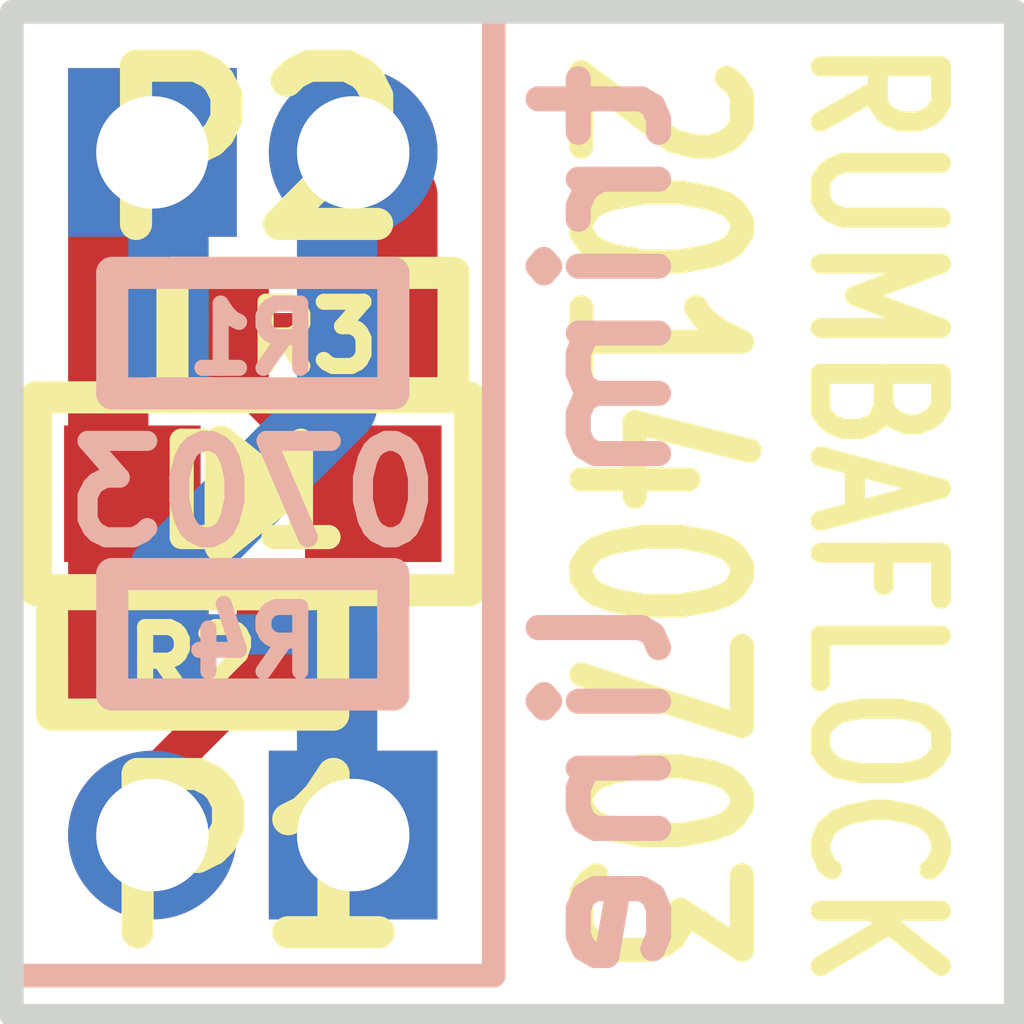
<source format=kicad_pcb>
(kicad_pcb (version 3) (host pcbnew "(2012-nov-02)-stable")

  (general
    (links 9)
    (no_connects 0)
    (area 77.083356 49.835999 88.255929 56.336001)
    (thickness 1.6)
    (drawings 10)
    (tracks 21)
    (zones 0)
    (modules 7)
    (nets 6)
  )

  (page A3)
  (layers
    (15 F.Cu signal)
    (0 B.Cu signal)
    (16 B.Adhes user)
    (17 F.Adhes user)
    (18 B.Paste user)
    (19 F.Paste user)
    (20 B.SilkS user)
    (21 F.SilkS user)
    (22 B.Mask user)
    (23 F.Mask user)
    (24 Dwgs.User user)
    (25 Cmts.User user)
    (26 Eco1.User user)
    (27 Eco2.User user)
    (28 Edge.Cuts user)
  )

  (setup
    (last_trace_width 0.508)
    (user_trace_width 0.254)
    (trace_clearance 0.2032)
    (zone_clearance 0.2032)
    (zone_45_only no)
    (trace_min 0.254)
    (segment_width 0.15)
    (edge_width 0.15)
    (via_size 0.889)
    (via_drill 0.635)
    (via_min_size 0.889)
    (via_min_drill 0.508)
    (uvia_size 0.508)
    (uvia_drill 0.127)
    (uvias_allowed no)
    (uvia_min_size 0.508)
    (uvia_min_drill 0.127)
    (pcb_text_width 0.3)
    (pcb_text_size 1 1)
    (mod_edge_width 0.15)
    (mod_text_size 1 1)
    (mod_text_width 0.15)
    (pad_size 1.0668 1.0668)
    (pad_drill 0.7112)
    (pad_to_mask_clearance 0.0762)
    (aux_axis_origin 0 0)
    (visible_elements FFFFBFBF)
    (pcbplotparams
      (layerselection 284196865)
      (usegerberextensions true)
      (excludeedgelayer true)
      (linewidth 152400)
      (plotframeref false)
      (viasonmask false)
      (mode 1)
      (useauxorigin false)
      (hpglpennumber 1)
      (hpglpenspeed 20)
      (hpglpendiameter 15)
      (hpglpenoverlay 2)
      (psnegative false)
      (psa4output false)
      (plotreference false)
      (plotvalue false)
      (plotothertext true)
      (plotinvisibletext false)
      (padsonsilk false)
      (subtractmaskfromsilk false)
      (outputformat 1)
      (mirror false)
      (drillshape 0)
      (scaleselection 1)
      (outputdirectory gerbers))
  )

  (net 0 "")
  (net 1 GND)
  (net 2 N-000002)
  (net 3 N-000003)
  (net 4 N-000004)
  (net 5 N-000005)

  (net_class Default "This is the default net class."
    (clearance 0.2032)
    (trace_width 0.508)
    (via_dia 0.889)
    (via_drill 0.635)
    (uvia_dia 0.508)
    (uvia_drill 0.127)
    (add_net "")
    (add_net GND)
    (add_net N-000002)
    (add_net N-000003)
    (add_net N-000004)
    (add_net N-000005)
  )

  (module GSG-0402 (layer F.Cu) (tedit 53B5BDB1) (tstamp 53B0360A)
    (at 80.899 53.975 180)
    (path /53703213)
    (solder_mask_margin 0.1016)
    (fp_text reference R2 (at 0 -0.0508 180) (layer F.SilkS)
      (effects (font (size 0.4064 0.4064) (thickness 0.1016)))
    )
    (fp_text value 10k (at 0 0.0508 180) (layer F.SilkS) hide
      (effects (font (size 0.4064 0.4064) (thickness 0.1016)))
    )
    (fp_line (start 0.889 -0.381) (end 0.889 0.381) (layer F.SilkS) (width 0.2032))
    (fp_line (start 0.889 0.381) (end -0.889 0.381) (layer F.SilkS) (width 0.2032))
    (fp_line (start -0.889 0.381) (end -0.889 -0.381) (layer F.SilkS) (width 0.2032))
    (fp_line (start -0.889 -0.381) (end 0.889 -0.381) (layer F.SilkS) (width 0.2032))
    (pad 2 smd rect (at 0.5334 0 180) (size 0.508 0.5588)
      (layers F.Cu F.Paste F.Mask)
      (net 5 N-000005)
      (solder_mask_margin 0.1016)
    )
    (pad 1 smd rect (at -0.5334 0 180) (size 0.508 0.5588)
      (layers F.Cu F.Paste F.Mask)
      (net 3 N-000003)
      (die_length -2147.483648)
      (solder_mask_margin 0.1016)
    )
  )

  (module GSG-0402 (layer B.Cu) (tedit 53B3B4DC) (tstamp 53B03614)
    (at 81.28 51.943)
    (path /5370DAFA)
    (solder_mask_margin 0.1016)
    (fp_text reference R1 (at 0 0.037) (layer B.SilkS)
      (effects (font (size 0.4064 0.4064) (thickness 0.1016)) (justify mirror))
    )
    (fp_text value DNP (at 0 -0.0508) (layer B.SilkS) hide
      (effects (font (size 0.4064 0.4064) (thickness 0.1016)) (justify mirror))
    )
    (fp_line (start 0.889 0.381) (end 0.889 -0.381) (layer B.SilkS) (width 0.2032))
    (fp_line (start 0.889 -0.381) (end -0.889 -0.381) (layer B.SilkS) (width 0.2032))
    (fp_line (start -0.889 -0.381) (end -0.889 0.381) (layer B.SilkS) (width 0.2032))
    (fp_line (start -0.889 0.381) (end 0.889 0.381) (layer B.SilkS) (width 0.2032))
    (pad 2 smd rect (at 0.5334 0) (size 0.508 0.5588)
      (layers B.Cu B.Paste B.Mask)
      (net 1 GND)
      (solder_mask_margin 0.1016)
    )
    (pad 1 smd rect (at -0.5334 0) (size 0.508 0.5588)
      (layers B.Cu B.Paste B.Mask)
      (net 5 N-000005)
      (die_length -2147.483648)
      (solder_mask_margin 0.1016)
    )
  )

  (module GSG-50MIL-HEADER-1x2-TH (layer F.Cu) (tedit 53B03A6B) (tstamp 53B035FA)
    (at 81.28 50.8)
    (path /53B03152)
    (fp_text reference P2 (at 0 0) (layer F.SilkS)
      (effects (font (size 1.00076 1.00076) (thickness 0.2032)))
    )
    (fp_text value ANTENNA (at 0 0) (layer F.SilkS) hide
      (effects (font (size 1.00076 1.00076) (thickness 0.2032)))
    )
    (pad 1 thru_hole rect (at -0.635 0) (size 1.0668 1.0668) (drill 0.7112)
      (layers *.Cu *.Mask)
      (net 5 N-000005)
    )
    (pad 2 thru_hole circle (at 0.635 0) (size 1.0668 1.0668) (drill 0.7112)
      (layers *.Cu *.Mask)
      (net 1 GND)
    )
  )

  (module GSG-50MIL-HEADER-1x2-TH (layer F.Cu) (tedit 53B3B4C7) (tstamp 53B03600)
    (at 81.28 55.118 180)
    (path /53B03194)
    (fp_text reference P1 (at -0.01 -0.162 180) (layer F.SilkS)
      (effects (font (size 1.00076 1.00076) (thickness 0.2032)))
    )
    (fp_text value INPUT (at 0 0 180) (layer F.SilkS) hide
      (effects (font (size 1.00076 1.00076) (thickness 0.2032)))
    )
    (pad 1 thru_hole rect (at -0.635 0 180) (size 1.0668 1.0668) (drill 0.7112)
      (layers *.Cu *.Mask)
      (net 2 N-000002)
    )
    (pad 2 thru_hole circle (at 0.635 0 180) (size 1.0668 1.0668) (drill 0.7112)
      (layers *.Cu *.Mask)
      (net 3 N-000003)
    )
  )

  (module GSG-0402-SHORT-10MIL (layer B.Cu) (tedit 53B5BD8D) (tstamp 53B03628)
    (at 81.28 53.848)
    (path /53B032AD)
    (solder_mask_margin 0.1016)
    (fp_text reference R4 (at 0 0.0508) (layer B.SilkS)
      (effects (font (size 0.4064 0.4064) (thickness 0.1016)) (justify mirror))
    )
    (fp_text value 0 (at 0 -0.0508) (layer B.SilkS) hide
      (effects (font (size 0.4064 0.4064) (thickness 0.1016)) (justify mirror))
    )
    (fp_line (start 0.889 0.381) (end 0.889 -0.381) (layer B.SilkS) (width 0.2032))
    (fp_line (start 0.889 -0.381) (end -0.889 -0.381) (layer B.SilkS) (width 0.2032))
    (fp_line (start -0.889 -0.381) (end -0.889 0.381) (layer B.SilkS) (width 0.2032))
    (fp_line (start -0.889 0.381) (end 0.889 0.381) (layer B.SilkS) (width 0.2032))
    (pad 2 smd rect (at 0.5334 0) (size 0.508 0.5588)
      (layers B.Cu B.Mask)
      (net 2 N-000002)
      (solder_mask_margin 0.1016)
    )
    (pad 1 smd rect (at -0.5334 0) (size 0.508 0.5588)
      (layers B.Cu B.Mask)
      (net 1 GND)
      (die_length -2147.483648)
      (solder_mask_margin 0.1016)
    )
    (pad "" smd rect (at 0 0) (size 0.762 0.254)
      (layers B.Cu B.Mask)
    )
  )

  (module GSG-0402-SHORT-10MIL (layer F.Cu) (tedit 53B5BD9F) (tstamp 53B0361E)
    (at 81.661 51.943 180)
    (path /5370DB07)
    (solder_mask_margin 0.1016)
    (fp_text reference R3 (at 0 -0.0254 180) (layer F.SilkS)
      (effects (font (size 0.4064 0.4064) (thickness 0.1016)))
    )
    (fp_text value 0 (at 0 0.0508 180) (layer F.SilkS) hide
      (effects (font (size 0.4064 0.4064) (thickness 0.1016)))
    )
    (fp_line (start 0.889 -0.381) (end 0.889 0.381) (layer F.SilkS) (width 0.2032))
    (fp_line (start 0.889 0.381) (end -0.889 0.381) (layer F.SilkS) (width 0.2032))
    (fp_line (start -0.889 0.381) (end -0.889 -0.381) (layer F.SilkS) (width 0.2032))
    (fp_line (start -0.889 -0.381) (end 0.889 -0.381) (layer F.SilkS) (width 0.2032))
    (pad 2 smd rect (at 0.5334 0 180) (size 0.508 0.5588)
      (layers F.Cu F.Mask)
      (net 4 N-000004)
      (solder_mask_margin 0.1016)
    )
    (pad 1 smd rect (at -0.5334 0 180) (size 0.508 0.5588)
      (layers F.Cu F.Mask)
      (net 1 GND)
      (die_length -2147.483648)
      (solder_mask_margin 0.1016)
    )
    (pad "" smd rect (at 0 0 180) (size 0.762 0.254)
      (layers F.Cu F.Mask)
    )
  )

  (module GSG-0603D (layer F.Cu) (tedit 53B5C04E) (tstamp 53B5B9FB)
    (at 81.28 52.959)
    (path /53B5932D)
    (solder_mask_margin 0.1016)
    (fp_text reference D1 (at 0 0) (layer F.SilkS)
      (effects (font (size 0.6096 0.6096) (thickness 0.1524)))
    )
    (fp_text value PIN (at 0 0) (layer F.SilkS) hide
      (effects (font (size 0.6096 0.6096) (thickness 0.1524)))
    )
    (fp_line (start -0.0508 0.0762) (end -0.0508 -0.0762) (layer F.SilkS) (width 0.2032))
    (fp_line (start 0.2032 0) (end -0.2032 -0.3302) (layer F.SilkS) (width 0.2032))
    (fp_line (start -0.2032 -0.3302) (end -0.2032 0.3302) (layer F.SilkS) (width 0.2032))
    (fp_line (start -0.2032 0.3302) (end 0.2032 0) (layer F.SilkS) (width 0.2032))
    (fp_line (start 1.3716 -0.6096) (end -1.3716 -0.6096) (layer F.SilkS) (width 0.2032))
    (fp_line (start -1.3716 -0.6096) (end -1.3716 0.6096) (layer F.SilkS) (width 0.2032))
    (fp_line (start -1.3716 0.6096) (end 1.3716 0.6096) (layer F.SilkS) (width 0.2032))
    (fp_line (start 1.3716 0.6096) (end 1.3716 -0.6096) (layer F.SilkS) (width 0.2032))
    (pad 2 smd rect (at 0.762 0) (size 0.8636 0.8636)
      (layers F.Cu F.Paste F.Mask)
      (net 4 N-000004)
      (die_length 0.04572)
      (solder_mask_margin 0.1016)
      (clearance 0.1778)
    )
    (pad 1 smd rect (at -0.762 0) (size 0.8636 0.8636)
      (layers F.Cu F.Paste F.Mask)
      (net 5 N-000005)
      (die_length 0.08382)
      (solder_mask_margin 0.1016)
      (clearance 0.1778)
    )
  )

  (gr_text 20140703 (at 83.82 53.086 270) (layer F.SilkS)
    (effects (font (size 1.016 0.762) (thickness 0.1524)))
  )
  (gr_text "trim line" (at 83.5025 53.1495 90) (layer B.SilkS)
    (effects (font (size 0.762 0.889) (thickness 0.15875)) (justify mirror))
  )
  (gr_text RUMBAFLOCK (at 85.217 53.086 270) (layer F.SilkS)
    (effects (font (size 0.762 0.6096) (thickness 0.127)))
  )
  (gr_line (start 86.106 56.261) (end 79.756 56.261) (angle 90) (layer Edge.Cuts) (width 0.15))
  (gr_line (start 86.106 49.911) (end 86.106 56.261) (angle 90) (layer Edge.Cuts) (width 0.15))
  (gr_text 0703 (at 81.28 52.959) (layer B.SilkS)
    (effects (font (size 0.6096 0.6096) (thickness 0.127)) (justify mirror))
  )
  (gr_line (start 79.756 49.911) (end 79.756 56.261) (angle 90) (layer Edge.Cuts) (width 0.15) (tstamp 53B56F1E))
  (gr_line (start 86.106 49.911) (end 79.756 49.911) (angle 90) (layer Edge.Cuts) (width 0.15))
  (gr_line (start 82.804 56.007) (end 82.804 49.911) (angle 90) (layer B.SilkS) (width 0.15))
  (gr_line (start 79.756 56.007) (end 82.804 56.007) (angle 90) (layer B.SilkS) (width 0.15))

  (segment (start 82.1944 51.943) (end 82.1944 51.0794) (width 0.508) (layer F.Cu) (net 1))
  (segment (start 82.1944 51.0794) (end 81.915 50.8) (width 0.508) (layer F.Cu) (net 1) (tstamp 53B5BC07))
  (segment (start 81.8134 51.943) (end 81.8134 50.9016) (width 0.508) (layer B.Cu) (net 1))
  (segment (start 81.8134 50.9016) (end 81.915 50.8) (width 0.508) (layer B.Cu) (net 1) (tstamp 53B3B478))
  (segment (start 80.7466 53.848) (end 80.7466 53.4634) (width 0.508) (layer B.Cu) (net 1))
  (segment (start 81.8134 52.3966) (end 81.8134 51.943) (width 0.508) (layer B.Cu) (net 1) (tstamp 53B3B471))
  (segment (start 80.7466 53.4634) (end 81.8134 52.3966) (width 0.508) (layer B.Cu) (net 1) (tstamp 53B3B46B))
  (segment (start 81.8134 55.0164) (end 81.915 55.118) (width 0.508) (layer B.Cu) (net 2) (tstamp 53B3B518))
  (segment (start 81.8134 53.848) (end 81.8134 55.0164) (width 0.508) (layer B.Cu) (net 2))
  (segment (start 81.4324 53.975) (end 80.645 54.7624) (width 0.254) (layer F.Cu) (net 3))
  (segment (start 80.645 54.7624) (end 80.645 55.118) (width 0.254) (layer F.Cu) (net 3) (tstamp 53B5BC6C))
  (segment (start 81.1276 51.943) (end 81.1276 52.1462) (width 0.254) (layer F.Cu) (net 4))
  (segment (start 81.9404 52.959) (end 82.042 52.959) (width 0.254) (layer F.Cu) (net 4) (tstamp 53B5BC5F))
  (segment (start 81.1276 52.1462) (end 81.9404 52.959) (width 0.254) (layer F.Cu) (net 4) (tstamp 53B5BC5C))
  (segment (start 80.645 50.8) (end 80.3656 51.0794) (width 0.508) (layer F.Cu) (net 5))
  (segment (start 80.3656 52.8066) (end 80.518 52.959) (width 0.508) (layer F.Cu) (net 5) (tstamp 53B5BC91))
  (segment (start 80.3656 51.0794) (end 80.3656 52.8066) (width 0.508) (layer F.Cu) (net 5) (tstamp 53B5BC8F))
  (segment (start 80.3656 53.975) (end 80.3656 53.1114) (width 0.508) (layer F.Cu) (net 5))
  (segment (start 80.3656 53.1114) (end 80.518 52.959) (width 0.508) (layer F.Cu) (net 5) (tstamp 53B5BBD0))
  (segment (start 80.7466 51.943) (end 80.7466 50.9016) (width 0.508) (layer B.Cu) (net 5))
  (segment (start 80.7466 50.9016) (end 80.645 50.8) (width 0.508) (layer B.Cu) (net 5) (tstamp 53B3B496))

)

</source>
